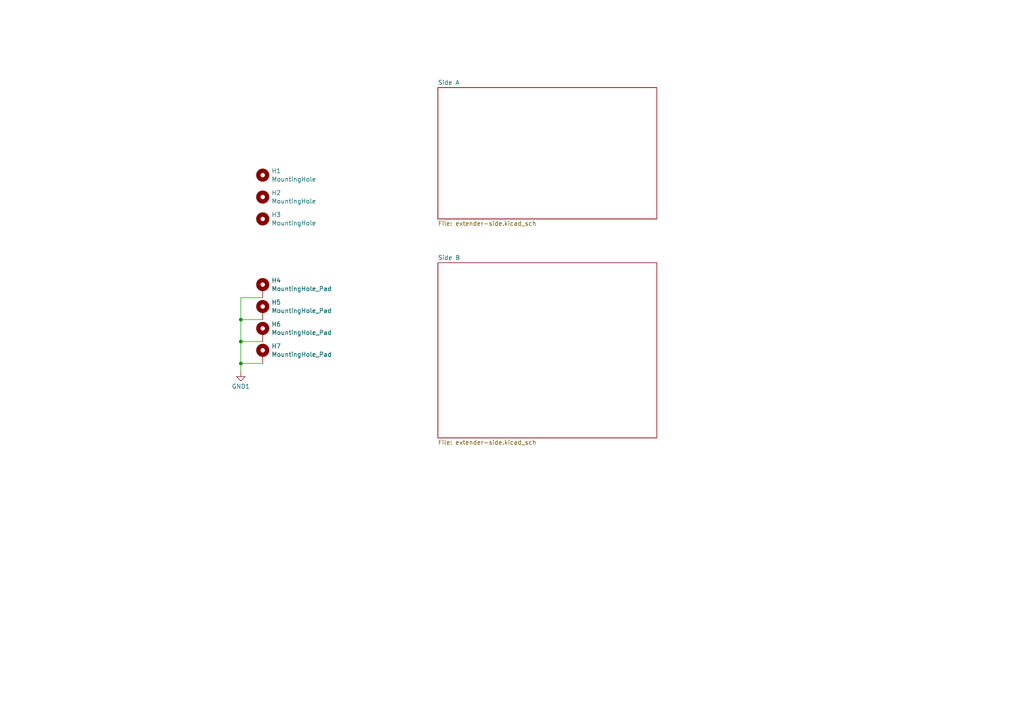
<source format=kicad_sch>
(kicad_sch (version 20231120) (generator "eeschema") (generator_version "8.0")
  (paper "A4")
  (title_block (comment 1 "Created with 'Korg PS-3x00 KLM Cards' template: https://github.com/ddkaiser/pscards"))
  (lib_symbols
    (symbol "Mechanical:MountingHole" (pin_names (offset 1.016)) (exclude_from_sim yes) (in_bom no)
      (property "Reference" "H" (at 0 5.08 0))
      (property "Value" "MountingHole" (at 0 3.175 0))
      (symbol "MountingHole_0_1"
        (circle (center 0 0) (radius 1.27) (stroke (width 1.27)))
      )
    )
    (symbol "Mechanical:MountingHole_Pad" (pin_numbers hide) (pin_names (offset 1.016) hide) (exclude_from_sim yes) (in_bom no)
      (property "Reference" "H" (at 0 6.35 0))
      (property "Value" "MountingHole_Pad" (at 0 4.445 0))
      (symbol "MountingHole_Pad_0_1"
        (circle (center 0 1.27) (radius 1.27) (stroke (width 1.27)))
      )
      (symbol "MountingHole_Pad_1_1"
        (pin input line (at 0 -2.54 90) (length 2.54) (name "1") (number "1"))
      )
    )
    (symbol "power:GND1" (power) (pin_numbers hide) (pin_names (offset 0) hide)
      (property "Value" "GND1" (at 0 -3.81 0))
      (symbol "GND1_0_1"
        (polyline (pts (xy 0 0) (xy 0 -1.27) (xy 1.27 -1.27) (xy 0 -2.54) (xy -1.27 -1.27) (xy 0 -1.27)))
      )
      (symbol "GND1_1_1"
        (pin power_in line (at 0 0 270) (length 0) (name "~") (number "1"))
      )
    )
  )
  (junction (at 69.85 92.71))
  (junction (at 69.85 99.06))
  (junction (at 69.85 105.41))
  (wire (pts (xy 69.85 105.41) (xy 76.2 105.41)))
  (wire (pts (xy 69.85 86.36) (xy 76.2 86.36)))
  (wire (pts (xy 69.85 105.41) (xy 69.85 99.06)))
  (wire (pts (xy 69.85 92.71) (xy 69.85 86.36)))
  (wire (pts (xy 69.85 99.06) (xy 69.85 92.71)))
  (wire (pts (xy 69.85 99.06) (xy 76.2 99.06)))
  (wire (pts (xy 69.85 107.95) (xy 69.85 105.41)))
  (wire (pts (xy 69.85 92.71) (xy 76.2 92.71)))
  (symbol (lib_id "Mechanical:MountingHole_Pad") (at 76.2 102.87 0) (unit 1) (exclude_from_sim yes) (in_bom no)
    (property "Reference" "H7" (at 78.74 100.3878 0) (effects (justify left)))
    (property "Value" "MountingHole_Pad" (at 78.74 102.8121 0) (effects (justify left)))
    (property "Footprint" "MountingHole:MountingHole_2.2mm_M2_Pad" (effects (hide yes)))
    (property "Description" "Mounting Hole with connection" (effects (hide yes)))
  )
  (symbol (lib_id "Mechanical:MountingHole") (at 76.2 63.5 0) (unit 1) (exclude_from_sim yes) (in_bom no)
    (property "Reference" "H3" (at 78.74 62.2878 0) (effects (justify left)))
    (property "Value" "MountingHole" (at 78.74 64.7121 0) (effects (justify left)))
    (property "Footprint" "MountingHole:MountingHole_2.5mm" (effects (hide yes)))
    (property "Description" "Mounting Hole without connection" (effects (hide yes)))
  )
  (symbol (lib_id "Mechanical:MountingHole_Pad") (at 76.2 83.82 0) (unit 1) (exclude_from_sim yes) (in_bom no)
    (property "Reference" "H4" (at 78.74 81.3378 0) (effects (justify left)))
    (property "Value" "MountingHole_Pad" (at 78.74 83.7621 0) (effects (justify left)))
    (property "Footprint" "MountingHole:MountingHole_2.2mm_M2_Pad" (effects (hide yes)))
    (property "Description" "Mounting Hole with connection" (effects (hide yes)))
  )
  (symbol (lib_id "power:GND1") (at 69.85 107.95 0) (unit 1)
    (property "Reference" "#PWR01" (effects (hide yes)))
    (property "Value" "GND1" (at 69.85 112.0831 0))
    (property "Description" "Power symbol creates a global label with name \"GND1\" , ground" (effects (hide yes)))
  )
  (symbol (lib_id "Mechanical:MountingHole") (at 76.2 57.15 0) (unit 1) (exclude_from_sim yes) (in_bom no)
    (property "Reference" "H2" (at 78.74 55.9378 0) (effects (justify left)))
    (property "Value" "MountingHole" (at 78.74 58.3621 0) (effects (justify left)))
    (property "Footprint" "MountingHole:MountingHole_2.5mm" (effects (hide yes)))
    (property "Description" "Mounting Hole without connection" (effects (hide yes)))
  )
  (symbol (lib_id "Mechanical:MountingHole_Pad") (at 76.2 90.17 0) (unit 1) (exclude_from_sim yes) (in_bom no)
    (property "Reference" "H5" (at 78.74 87.6878 0) (effects (justify left)))
    (property "Value" "MountingHole_Pad" (at 78.74 90.1121 0) (effects (justify left)))
    (property "Footprint" "MountingHole:MountingHole_2.2mm_M2_Pad" (effects (hide yes)))
    (property "Description" "Mounting Hole with connection" (effects (hide yes)))
  )
  (symbol (lib_id "Mechanical:MountingHole") (at 76.2 50.8 0) (unit 1) (exclude_from_sim yes) (in_bom no)
    (property "Reference" "H1" (at 78.74 49.5878 0) (effects (justify left)))
    (property "Value" "MountingHole" (at 78.74 52.0121 0) (effects (justify left)))
    (property "Footprint" "MountingHole:MountingHole_2.5mm" (effects (hide yes)))
    (property "Description" "Mounting Hole without connection" (effects (hide yes)))
  )
  (symbol (lib_id "Mechanical:MountingHole_Pad") (at 76.2 96.52 0) (unit 1) (exclude_from_sim yes) (in_bom no)
    (property "Reference" "H6" (at 78.74 94.0378 0) (effects (justify left)))
    (property "Value" "MountingHole_Pad" (at 78.74 96.4621 0) (effects (justify left)))
    (property "Footprint" "MountingHole:MountingHole_2.2mm_M2_Pad" (effects (hide yes)))
    (property "Description" "Mounting Hole with connection" (effects (hide yes)))
  )
  (sheet (at 127 25.4) (size 63.5 38.1) (stroke (width 0.1524))
    (property "Sheetname" "Side A" (at 127 24.6884 0) (effects (justify left bottom)))
    (property "Sheetfile" "extender-side.kicad_sch" (at 127 64.0846 0) (effects (justify left top)))
  )
  (sheet (at 127 76.2) (size 63.5 50.8) (stroke (width 0.1524))
    (property "Sheetname" "Side B" (at 127 75.4884 0) (effects (justify left bottom)))
    (property "Sheetfile" "extender-side.kicad_sch" (at 127 127.5846 0) (effects (justify left top)))
  )
)
</source>
